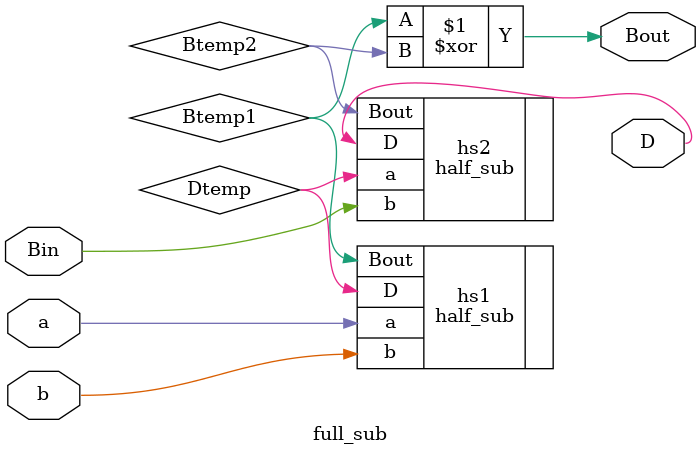
<source format=v>
`timescale  1ns / 1ps

module full_sub (
    input a,b,Bin,
    output D, Bout
);
    wire Dtemp, Btemp1, Btemp2;
    
    half_sub hs1 (.a(a), .b(b), .D(Dtemp), .Bout(Btemp1));
    half_sub hs2 (.a(Dtemp), .b(Bin), .D(D), .Bout(Btemp2));
    xor x1(Bout, Btemp1, Btemp2);
    
endmodule
    
</source>
